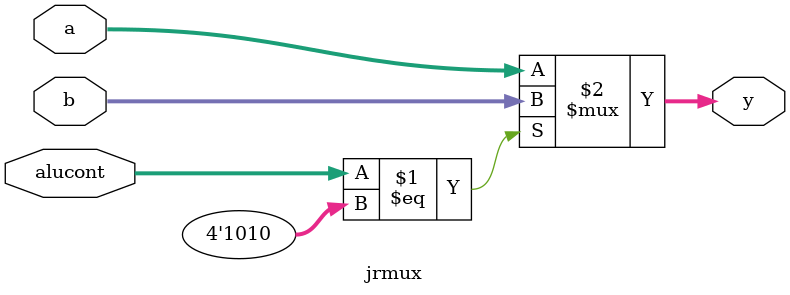
<source format=v>
`timescale 1ns/1ps
`define mydelay 1


`define REGFILE_FF
`ifdef REGFILE_FF

module regfile(input             clk, 
               input             we, 
               input      [4:0]  ra1, ra2, wa, 
               input      [31:0] wd, 
               output reg [31:0] rd1, rd2);

	reg [31:0] R1;
	reg [31:0] R2;
	reg [31:0] R3;
	reg [31:0] R4;
	reg [31:0] R5;
	reg [31:0] R6;
	reg [31:0] R7;
	reg [31:0] R8;
	reg [31:0] R9;
	reg [31:0] R10;
	reg [31:0] R11;
	reg [31:0] R12;
	reg [31:0] R13;
	reg [31:0] R14;
	reg [31:0] R15;
	reg [31:0] R16;
	reg [31:0] R17;
	reg [31:0] R18;
	reg [31:0] R19;
	reg [31:0] R20;
	reg [31:0] R21;
	reg [31:0] R22;
	reg [31:0] R23;
	reg [31:0] R24;
	reg [31:0] R25;
	reg [31:0] R26;
	reg [31:0] R27;
	reg [31:0] R28;
	reg [31:0] R29;
	reg [31:0] R30;
	reg [31:0] R31;

	always @(posedge clk)
	begin
  	 if (we) 
	 begin
   		case (wa[4:0])
   		5'd0:   ;
   		5'd1:   R1  <= wd;
   		5'd2:   R2  <= wd;
   		5'd3:   R3  <= wd;
   		5'd4:   R4  <= wd;
   		5'd5:   R5  <= wd;
   		5'd6:   R6  <= wd;
   		5'd7:   R7  <= wd;
   		5'd8:   R8  <= wd;
   		5'd9:   R9  <= wd;
   		5'd10:  R10 <= wd;
   		5'd11:  R11 <= wd;
   		5'd12:  R12 <= wd;
   		5'd13:  R13 <= wd;
   		5'd14:  R14 <= wd;
   		5'd15:  R15 <= wd;
   		5'd16:  R16 <= wd;
   		5'd17:  R17 <= wd;
   		5'd18:  R18 <= wd;
   		5'd19:  R19 <= wd;
   		5'd20:  R20 <= wd;
   		5'd21:  R21 <= wd;
   		5'd22:  R22 <= wd;
   		5'd23:  R23 <= wd;
   		5'd24:  R24 <= wd;
   		5'd25:  R25 <= wd;
   		5'd26:  R26 <= wd;
   		5'd27:  R27 <= wd;
   		5'd28:  R28 <= wd;
   		5'd29:  R29 <= wd;
   		5'd30:  R30 <= wd;
   		5'd31:  R31 <= wd;
   		endcase
     end
	end

	always @(*)
	begin
		case (ra2[4:0])
		5'd0:   rd2 = 32'b0;
		5'd1:   rd2 = R1;
		5'd2:   rd2 = R2;
		5'd3:   rd2 = R3;
		5'd4:   rd2 = R4;
		5'd5:   rd2 = R5;
		5'd6:   rd2 = R6;
		5'd7:   rd2 = R7;
		5'd8:   rd2 = R8;
		5'd9:   rd2 = R9;
		5'd10:  rd2 = R10;
		5'd11:  rd2 = R11;
		5'd12:  rd2 = R12;
		5'd13:  rd2 = R13;
		5'd14:  rd2 = R14;
		5'd15:  rd2 = R15;
		5'd16:  rd2 = R16;
		5'd17:  rd2 = R17;
		5'd18:  rd2 = R18;
		5'd19:  rd2 = R19;
		5'd20:  rd2 = R20;
		5'd21:  rd2 = R21;
		5'd22:  rd2 = R22;
		5'd23:  rd2 = R23;
		5'd24:  rd2 = R24;
		5'd25:  rd2 = R25;
		5'd26:  rd2 = R26;
		5'd27:  rd2 = R27;
		5'd28:  rd2 = R28;
		5'd29:  rd2 = R29;
		5'd30:  rd2 = R30;
		5'd31:  rd2 = R31;
		endcase
	end

	always @(*)
	begin
		case (ra1[4:0])
		5'd0:   rd1 = 32'b0;
		5'd1:   rd1 = R1;
		5'd2:   rd1 = R2;
		5'd3:   rd1 = R3;
		5'd4:   rd1 = R4;
		5'd5:   rd1 = R5;
		5'd6:   rd1 = R6;
		5'd7:   rd1 = R7;
		5'd8:   rd1 = R8;
		5'd9:   rd1 = R9;
		5'd10:  rd1 = R10;
		5'd11:  rd1 = R11;
		5'd12:  rd1 = R12;
		5'd13:  rd1 = R13;
		5'd14:  rd1 = R14;
		5'd15:  rd1 = R15;
		5'd16:  rd1 = R16;
		5'd17:  rd1 = R17;
		5'd18:  rd1 = R18;
		5'd19:  rd1 = R19;
		5'd20:  rd1 = R20;
		5'd21:  rd1 = R21;
		5'd22:  rd1 = R22;
		5'd23:  rd1 = R23;
		5'd24:  rd1 = R24;
		5'd25:  rd1 = R25;
		5'd26:  rd1 = R26;
		5'd27:  rd1 = R27;
		5'd28:  rd1 = R28;
		5'd29:  rd1 = R29;
		5'd30:  rd1 = R30;
		5'd31:  rd1 = R31;
		endcase
	end

endmodule

`else

module regfile(input         clk, 
               input         we, 
               input  [4:0]  ra1, ra2, wa, 
               input  [31:0] wd, 
               output [31:0] rd1, rd2);

  reg [31:0] rf[31:0];

  // three ported register file
  // read two ports combinationally
  // write third port on rising edge of clock
  // register 0 hardwired to 0

  always @(posedge clk)
    if (we) rf[wa] <= #`mydelay wd;	

  assign #`mydelay rd1 = (ra1 != 0) ? rf[ra1] : 0;
  assign #`mydelay rd2 = (ra2 != 0) ? rf[ra2] : 0;
endmodule

`endif


module alu(input      [31:0] a, b, 
           input      [3:0]  alucont, 
           output reg [31:0] result,
           output            zero);

  wire [31:0] b2, sum, slt, sltu, Fslt;
  wire        N, Z, C, V;

  assign b2 = alucont[2] ? ~b:b; 

  adder_32bit iadder32 (.a   (a),
			               .b   (b2),
								.cin (alucont[2]),
								.sum (sum),
								.N   (N),
								.Z   (Z),
								.C   (C),
								.V   (V));

  // signed less than ("N set and V clear" OR "N clear and V set")
  assign slt  = N ^ V ; 

  // unsigned lower (C clear) 
  assign sltu = ~C ;

  assign Fslt = (alucont[3] == 0) ? sltu:slt;   //added slt or sltu

  always@(*)
    case(alucont[1:0])
      2'b00: result <= #`mydelay a & b;
      2'b01: result <= #`mydelay a | b;
      2'b10: result <= #`mydelay sum;
      2'b11: result <= #`mydelay Fslt;
    endcase

  assign #`mydelay zero = (result == 32'b0);

endmodule


module adder_32bit (input  [31:0] a, b, 
                    input         cin,
                    output [31:0] sum,
                    output        N,Z,C,V);

	wire [31:0]  ctmp;

	assign N = sum[31];
	assign Z = (sum == 32'b0);
	assign C = ctmp[31];
	assign V = ctmp[31] ^ ctmp[30];

	adder_1bit bit31 (.a(a[31]), .b(b[31]), .cin(ctmp[30]), .sum(sum[31]), .cout(ctmp[31]));
	adder_1bit bit30 (.a(a[30]), .b(b[30]), .cin(ctmp[29]), .sum(sum[30]), .cout(ctmp[30]));
	adder_1bit bit29 (.a(a[29]), .b(b[29]), .cin(ctmp[28]), .sum(sum[29]), .cout(ctmp[29]));
	adder_1bit bit28 (.a(a[28]), .b(b[28]), .cin(ctmp[27]), .sum(sum[28]), .cout(ctmp[28]));
	adder_1bit bit27 (.a(a[27]), .b(b[27]), .cin(ctmp[26]), .sum(sum[27]), .cout(ctmp[27]));
	adder_1bit bit26 (.a(a[26]), .b(b[26]), .cin(ctmp[25]), .sum(sum[26]), .cout(ctmp[26]));
	adder_1bit bit25 (.a(a[25]), .b(b[25]), .cin(ctmp[24]), .sum(sum[25]), .cout(ctmp[25]));
	adder_1bit bit24 (.a(a[24]), .b(b[24]), .cin(ctmp[23]), .sum(sum[24]), .cout(ctmp[24]));
	adder_1bit bit23 (.a(a[23]), .b(b[23]), .cin(ctmp[22]), .sum(sum[23]), .cout(ctmp[23]));
	adder_1bit bit22 (.a(a[22]), .b(b[22]), .cin(ctmp[21]), .sum(sum[22]), .cout(ctmp[22]));
	adder_1bit bit21 (.a(a[21]), .b(b[21]), .cin(ctmp[20]), .sum(sum[21]), .cout(ctmp[21]));
	adder_1bit bit20 (.a(a[20]), .b(b[20]), .cin(ctmp[19]), .sum(sum[20]), .cout(ctmp[20]));
	adder_1bit bit19 (.a(a[19]), .b(b[19]), .cin(ctmp[18]), .sum(sum[19]), .cout(ctmp[19]));
	adder_1bit bit18 (.a(a[18]), .b(b[18]), .cin(ctmp[17]), .sum(sum[18]), .cout(ctmp[18]));
	adder_1bit bit17 (.a(a[17]), .b(b[17]), .cin(ctmp[16]), .sum(sum[17]), .cout(ctmp[17]));
	adder_1bit bit16 (.a(a[16]), .b(b[16]), .cin(ctmp[15]), .sum(sum[16]), .cout(ctmp[16]));
	adder_1bit bit15 (.a(a[15]), .b(b[15]), .cin(ctmp[14]), .sum(sum[15]), .cout(ctmp[15]));
	adder_1bit bit14 (.a(a[14]), .b(b[14]), .cin(ctmp[13]), .sum(sum[14]), .cout(ctmp[14]));
	adder_1bit bit13 (.a(a[13]), .b(b[13]), .cin(ctmp[12]), .sum(sum[13]), .cout(ctmp[13]));
	adder_1bit bit12 (.a(a[12]), .b(b[12]), .cin(ctmp[11]), .sum(sum[12]), .cout(ctmp[12]));
	adder_1bit bit11 (.a(a[11]), .b(b[11]), .cin(ctmp[10]), .sum(sum[11]), .cout(ctmp[11]));
	adder_1bit bit10 (.a(a[10]), .b(b[10]), .cin(ctmp[9]),  .sum(sum[10]), .cout(ctmp[10]));
	adder_1bit bit9  (.a(a[9]),  .b(b[9]),  .cin(ctmp[8]),  .sum(sum[9]),  .cout(ctmp[9]));
	adder_1bit bit8  (.a(a[8]),  .b(b[8]),  .cin(ctmp[7]),  .sum(sum[8]),  .cout(ctmp[8]));
	adder_1bit bit7  (.a(a[7]),  .b(b[7]),  .cin(ctmp[6]),  .sum(sum[7]),  .cout(ctmp[7]));
	adder_1bit bit6  (.a(a[6]),  .b(b[6]),  .cin(ctmp[5]),  .sum(sum[6]),  .cout(ctmp[6]));
	adder_1bit bit5  (.a(a[5]),  .b(b[5]),  .cin(ctmp[4]),  .sum(sum[5]),  .cout(ctmp[5]));
	adder_1bit bit4  (.a(a[4]),  .b(b[4]),  .cin(ctmp[3]),  .sum(sum[4]),  .cout(ctmp[4]));
	adder_1bit bit3  (.a(a[3]),  .b(b[3]),  .cin(ctmp[2]),  .sum(sum[3]),  .cout(ctmp[3]));
	adder_1bit bit2  (.a(a[2]),  .b(b[2]),  .cin(ctmp[1]),  .sum(sum[2]),  .cout(ctmp[2]));
	adder_1bit bit1  (.a(a[1]),  .b(b[1]),  .cin(ctmp[0]),  .sum(sum[1]),  .cout(ctmp[1]));
	adder_1bit bit0  (.a(a[0]),  .b(b[0]),  .cin(cin),      .sum(sum[0]),  .cout(ctmp[0]));

endmodule


module adder_1bit (input a, b, cin,
                   output sum, cout);

  assign sum  = a ^ b ^ cin;
  assign cout = (a & b) | (a & cin) | (b & cin);

endmodule


module adder(input [31:0] a, b,
             output [31:0] y);

  assign #`mydelay y = a + b;
endmodule



module sl2(input  [31:0] a,
           output [31:0] y);

  // shift left by 2
  assign #`mydelay y = {a[29:0], 2'b00};
endmodule



module sign_zero_ext(input      [15:0] a,
                     input             signext,
                     output reg [31:0] y);
              
   always @(*)
	begin
	   if (signext)  y <= {{16{a[15]}}, a[15:0]};
	   else          y <= {16'b0, a[15:0]};
	end

endmodule



module shift_left_16(input      [31:0] a,
		               input         shiftl16,
                     output reg [31:0] y);

   always @(*)
	begin
	   if (shiftl16) y = {a[15:0],16'b0};
	   else          y = a[31:0];
	end
              
endmodule



module flopr #(parameter WIDTH = 8)
              (input                  clk, reset,
               input      [WIDTH-1:0] d, 
               output reg [WIDTH-1:0] q);

  always @(posedge clk, posedge reset)
    if (reset) q <= #`mydelay 0;
    else       q <= #`mydelay d;

endmodule



module flopenr #(parameter WIDTH = 8)
                (input                  clk, reset,
                 input                  en,
                 input      [WIDTH-1:0] d, 
                 output reg [WIDTH-1:0] q);
 
  always @(posedge clk, posedge reset)
    if      (reset) q <= #`mydelay 0;
    else if (en)    q <= #`mydelay d;

endmodule



module mux2 #(parameter WIDTH = 8)
             (input  [WIDTH-1:0] d0, d1, 
              input              s, 
              output [WIDTH-1:0] y);

  assign #`mydelay y = (s == 1) ? d1 : d0; 

endmodule

module jrmux (input  [31:0] a, b, 
              input  [3:0]  alucont, 
              output [31:0] y);

  assign #`mydelay y = (alucont[3:0] == 4'b1010) ? b : a; 

endmodule

</source>
